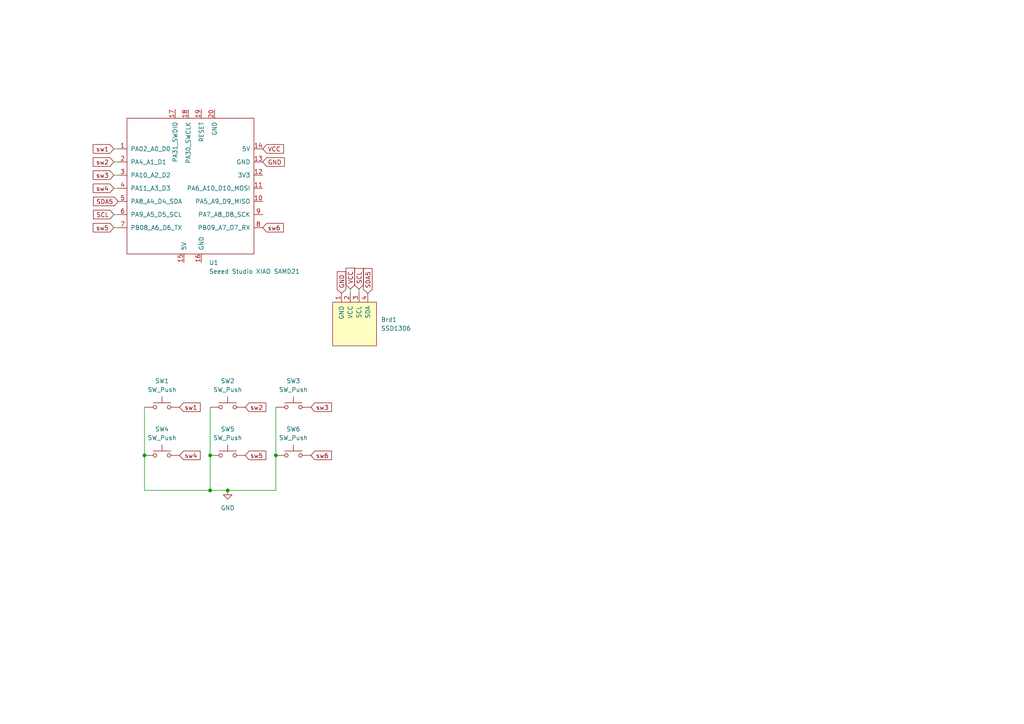
<source format=kicad_sch>
(kicad_sch (version 20231120) (generator "eeschema") (generator_version "8.0")
  (paper "A4")
  (lib_symbols
    (symbol "SSD1306-128x64_OLED:SSD1306" (pin_names (offset 1.016))
      (property "Reference" "Brd" (at 0 -3.81 0))
      (property "Value" "SSD1306" (at 0 -1.27 0))
      (symbol "SSD1306_0_1"
        (rectangle (start -6.35 6.35) (end 6.35 -6.35) (fill (type background)))
      )
      (symbol "SSD1306_1_1"
        (pin input line (at -3.81 8.89 270) (length 2.54) (name "GND") (number "1"))
        (pin input line (at -1.27 8.89 270) (length 2.54) (name "VCC") (number "2"))
        (pin input line (at 1.27 8.89 270) (length 2.54) (name "SCL") (number "3"))
        (pin input line (at 3.81 8.89 270) (length 2.54) (name "SDA") (number "4"))
      )
    )
    (symbol "Seeed_Studio_XIAO_Series:Seeed Studio XIAO SAMD21" (pin_names (offset 1.016))
      (property "Reference" "U" (at -19.05 22.86 0))
      (property "Value" "Seeed Studio XIAO SAMD21" (at -12.7 21.59 0))
      (symbol "Seeed Studio XIAO SAMD21_0_1"
        (rectangle (start -19.05 20.32) (end 17.78 -19.05))
      )
      (symbol "Seeed Studio XIAO SAMD21_1_1"
        (pin unspecified line (at -21.59 11.43 0) (length 2.54) (name "PA02_A0_D0") (number "1"))
        (pin unspecified line (at 20.32 -3.81 180) (length 2.54) (name "PA5_A9_D9_MISO") (number "10"))
        (pin unspecified line (at 20.32 0 180) (length 2.54) (name "PA6_A10_D10_MOSI") (number "11"))
        (pin unspecified line (at 20.32 3.81 180) (length 2.54) (name "3V3") (number "12"))
        (pin unspecified line (at 20.32 7.62 180) (length 2.54) (name "GND") (number "13"))
        (pin unspecified line (at 20.32 11.43 180) (length 2.54) (name "5V") (number "14"))
        (pin input line (at -2.54 -21.59 90) (length 2.54) (name "5V") (number "15"))
        (pin input line (at 2.54 -21.59 90) (length 2.54) (name "GND") (number "16"))
        (pin input line (at -5.08 22.86 270) (length 2.54) (name "PA31_SWDIO") (number "17"))
        (pin input line (at -1.27 22.86 270) (length 2.54) (name "PA30_SWCLK") (number "18"))
        (pin input line (at 2.54 22.86 270) (length 2.54) (name "RESET") (number "19"))
        (pin unspecified line (at -21.59 7.62 0) (length 2.54) (name "PA4_A1_D1") (number "2"))
        (pin input line (at 6.35 22.86 270) (length 2.54) (name "GND") (number "20"))
        (pin unspecified line (at -21.59 3.81 0) (length 2.54) (name "PA10_A2_D2") (number "3"))
        (pin unspecified line (at -21.59 0 0) (length 2.54) (name "PA11_A3_D3") (number "4"))
        (pin unspecified line (at -21.59 -3.81 0) (length 2.54) (name "PA8_A4_D4_SDA") (number "5"))
        (pin unspecified line (at -21.59 -7.62 0) (length 2.54) (name "PA9_A5_D5_SCL") (number "6"))
        (pin unspecified line (at -21.59 -11.43 0) (length 2.54) (name "PB08_A6_D6_TX") (number "7"))
        (pin unspecified line (at 20.32 -11.43 180) (length 2.54) (name "PB09_A7_D7_RX") (number "8"))
        (pin unspecified line (at 20.32 -7.62 180) (length 2.54) (name "PA7_A8_D8_SCK") (number "9"))
      )
    )
    (symbol "Switch:SW_Push" (pin_numbers hide) (pin_names (offset 1.016) hide)
      (property "Reference" "SW" (at 1.27 2.54 0))
      (property "Value" "SW_Push" (at 0 -1.524 0))
      (symbol "SW_Push_0_1"
        (circle (center -2.032 0) (radius 0.508))
        (polyline (pts (xy 0 1.27) (xy 0 3.048)))
        (polyline (pts (xy 2.54 1.27) (xy -2.54 1.27)))
        (circle (center 2.032 0) (radius 0.508))
        (pin passive line (at -5.08 0 0) (length 2.54) (name "1") (number "1"))
        (pin passive line (at 5.08 0 180) (length 2.54) (name "2") (number "2"))
      )
    )
    (symbol "power:GND" (power) (pin_numbers hide) (pin_names (offset 0) hide)
      (property "Value" "GND" (at 0 -3.81 0))
      (symbol "GND_0_1"
        (polyline (pts (xy 0 0) (xy 0 -1.27) (xy 1.27 -1.27) (xy 0 -2.54) (xy -1.27 -1.27) (xy 0 -1.27)))
      )
      (symbol "GND_1_1"
        (pin power_in line (at 0 0 270) (length 0) (name "~") (number "1"))
      )
    )
  )
  (junction (at 80.01 132.08))
  (junction (at 41.91 132.08))
  (junction (at 66.04 142.24))
  (junction (at 60.96 132.08))
  (junction (at 60.96 142.24))
  (wire (pts (xy 33.02 50.8) (xy 34.29 50.8)))
  (wire (pts (xy 33.02 54.61) (xy 34.29 54.61)))
  (wire (pts (xy 33.02 62.23) (xy 34.29 62.23)))
  (wire (pts (xy 80.01 118.11) (xy 80.01 132.08)))
  (wire (pts (xy 101.6 83.82) (xy 101.6 85.09)))
  (wire (pts (xy 33.02 46.99) (xy 34.29 46.99)))
  (wire (pts (xy 80.01 132.08) (xy 80.01 142.24)))
  (wire (pts (xy 33.02 43.18) (xy 34.29 43.18)))
  (wire (pts (xy 80.01 142.24) (xy 66.04 142.24)))
  (wire (pts (xy 41.91 142.24) (xy 60.96 142.24)))
  (wire (pts (xy 60.96 132.08) (xy 60.96 142.24)))
  (wire (pts (xy 41.91 132.08) (xy 41.91 142.24)))
  (wire (pts (xy 60.96 142.24) (xy 66.04 142.24)))
  (wire (pts (xy 41.91 118.11) (xy 41.91 132.08)))
  (wire (pts (xy 60.96 118.11) (xy 60.96 132.08)))
  (wire (pts (xy 33.02 66.04) (xy 34.29 66.04)))
  (wire (pts (xy 104.14 83.82) (xy 104.14 85.09)))
  (global_label "sw5" (shape input) (at 71.12 132.08 0) (property "Intersheetrefs" "${INTERSHEET_REFS}" (effects (hide yes))))
  (global_label "GND" (shape input) (at 76.2 46.99 0) (property "Intersheetrefs" "${INTERSHEET_REFS}" (effects (hide yes))))
  (global_label "SCL" (shape input) (at 33.02 62.23 180) (property "Intersheetrefs" "${INTERSHEET_REFS}" (effects (hide yes))))
  (global_label "GND" (shape input) (at 99.06 85.09 90) (property "Intersheetrefs" "${INTERSHEET_REFS}" (effects (hide yes))))
  (global_label "SCL" (shape input) (at 104.14 83.82 90) (property "Intersheetrefs" "${INTERSHEET_REFS}" (effects (hide yes))))
  (global_label "sw2" (shape input) (at 71.12 118.11 0) (property "Intersheetrefs" "${INTERSHEET_REFS}" (effects (hide yes))))
  (global_label "sw3" (shape input) (at 33.02 50.8 180) (property "Intersheetrefs" "${INTERSHEET_REFS}" (effects (hide yes))))
  (global_label "sw4" (shape input) (at 52.07 132.08 0) (property "Intersheetrefs" "${INTERSHEET_REFS}" (effects (hide yes))))
  (global_label "sw1" (shape input) (at 52.07 118.11 0) (property "Intersheetrefs" "${INTERSHEET_REFS}" (effects (hide yes))))
  (global_label "sw2" (shape input) (at 33.02 46.99 180) (property "Intersheetrefs" "${INTERSHEET_REFS}" (effects (hide yes))))
  (global_label "sw4" (shape input) (at 33.02 54.61 180) (property "Intersheetrefs" "${INTERSHEET_REFS}" (effects (hide yes))))
  (global_label "sw6" (shape input) (at 76.2 66.04 0) (property "Intersheetrefs" "${INTERSHEET_REFS}" (effects (hide yes))))
  (global_label "sw1" (shape input) (at 33.02 43.18 180) (property "Intersheetrefs" "${INTERSHEET_REFS}" (effects (hide yes))))
  (global_label "SDA5" (shape input) (at 106.68 85.09 90) (property "Intersheetrefs" "${INTERSHEET_REFS}" (effects (hide yes))))
  (global_label "VCC" (shape input) (at 76.2 43.18 0) (property "Intersheetrefs" "${INTERSHEET_REFS}" (effects (hide yes))))
  (global_label "SDA5" (shape input) (at 34.29 58.42 180) (property "Intersheetrefs" "${INTERSHEET_REFS}" (effects (hide yes))))
  (global_label "sw3" (shape input) (at 90.17 118.11 0) (property "Intersheetrefs" "${INTERSHEET_REFS}" (effects (hide yes))))
  (global_label "sw6" (shape input) (at 90.17 132.08 0) (property "Intersheetrefs" "${INTERSHEET_REFS}" (effects (hide yes))))
  (global_label "VCC" (shape input) (at 101.6 83.82 90) (property "Intersheetrefs" "${INTERSHEET_REFS}" (effects (hide yes))))
  (global_label "sw5" (shape input) (at 33.02 66.04 180) (property "Intersheetrefs" "${INTERSHEET_REFS}" (effects (hide yes))))
  (symbol (lib_id "Switch:SW_Push") (at 66.04 132.08 0) (unit 1)
    (property "Reference" "SW5" (at 66.04 124.46 0))
    (property "Value" "SW_Push" (at 66.04 127 0))
    (property "Footprint" "Button_Switch_Keyboard:SW_Cherry_MX_1.50u_PCB" (effects (hide yes)))
    (property "Description" "Push button switch, generic, two pins" (effects (hide yes)))
  )
  (symbol (lib_id "power:GND") (at 66.04 142.24 0) (unit 1)
    (property "Reference" "#PWR01" (effects (hide yes)))
    (property "Value" "GND" (at 66.04 147.32 0))
    (property "Description" "Power symbol creates a global label with name \"GND\" , ground" (effects (hide yes)))
  )
  (symbol (lib_id "SSD1306-128x64_OLED:SSD1306") (at 102.87 93.98 0) (unit 1)
    (property "Reference" "Brd1" (at 110.49 92.7099 0) (effects (justify left)))
    (property "Value" "SSD1306" (at 110.49 95.2499 0) (effects (justify left)))
    (property "Footprint" "SSD1306:128x64OLED" (effects (hide yes)))
  )
  (symbol (lib_id "Switch:SW_Push") (at 46.99 118.11 0) (unit 1)
    (property "Reference" "SW1" (at 46.99 110.49 0))
    (property "Value" "SW_Push" (at 46.99 113.03 0))
    (property "Footprint" "Button_Switch_Keyboard:SW_Cherry_MX_1.00u_PCB" (effects (hide yes)))
    (property "Description" "Push button switch, generic, two pins" (effects (hide yes)))
  )
  (symbol (lib_id "Switch:SW_Push") (at 85.09 118.11 0) (unit 1)
    (property "Reference" "SW3" (at 85.09 110.49 0))
    (property "Value" "SW_Push" (at 85.09 113.03 0))
    (property "Footprint" "Button_Switch_Keyboard:SW_Cherry_MX_1.25u_PCB" (effects (hide yes)))
    (property "Description" "Push button switch, generic, two pins" (effects (hide yes)))
  )
  (symbol (lib_id "Switch:SW_Push") (at 66.04 118.11 0) (unit 1)
    (property "Reference" "SW2" (at 66.04 110.49 0))
    (property "Value" "SW_Push" (at 66.04 113.03 0))
    (property "Footprint" "Button_Switch_Keyboard:SW_Cherry_MX_1.00u_Plate" (effects (hide yes)))
    (property "Description" "Push button switch, generic, two pins" (effects (hide yes)))
  )
  (symbol (lib_id "Switch:SW_Push") (at 46.99 132.08 0) (unit 1)
    (property "Reference" "SW4" (at 46.99 124.46 0))
    (property "Value" "SW_Push" (at 46.99 127 0))
    (property "Footprint" "Button_Switch_Keyboard:SW_Cherry_MX_1.25u_Plate" (effects (hide yes)))
    (property "Description" "Push button switch, generic, two pins" (effects (hide yes)))
  )
  (symbol (lib_id "Switch:SW_Push") (at 85.09 132.08 0) (unit 1)
    (property "Reference" "SW6" (at 85.09 124.46 0))
    (property "Value" "SW_Push" (at 85.09 127 0))
    (property "Footprint" "Button_Switch_Keyboard:SW_Cherry_MX_1.50u_Plate" (effects (hide yes)))
    (property "Description" "Push button switch, generic, two pins" (effects (hide yes)))
  )
  (symbol (lib_id "Seeed_Studio_XIAO_Series:Seeed Studio XIAO SAMD21") (at 55.88 54.61 0) (unit 1)
    (property "Reference" "U1" (at 60.6141 76.2 0) (effects (justify left)))
    (property "Value" "Seeed Studio XIAO SAMD21" (at 60.6141 78.74 0) (effects (justify left)))
    (property "Footprint" "Seeed Studio XIAO Series Library:XIAO-Generic-Thruhole-14P-2.54-21X17.8MM" (effects (hide yes)))
  )
)
</source>
